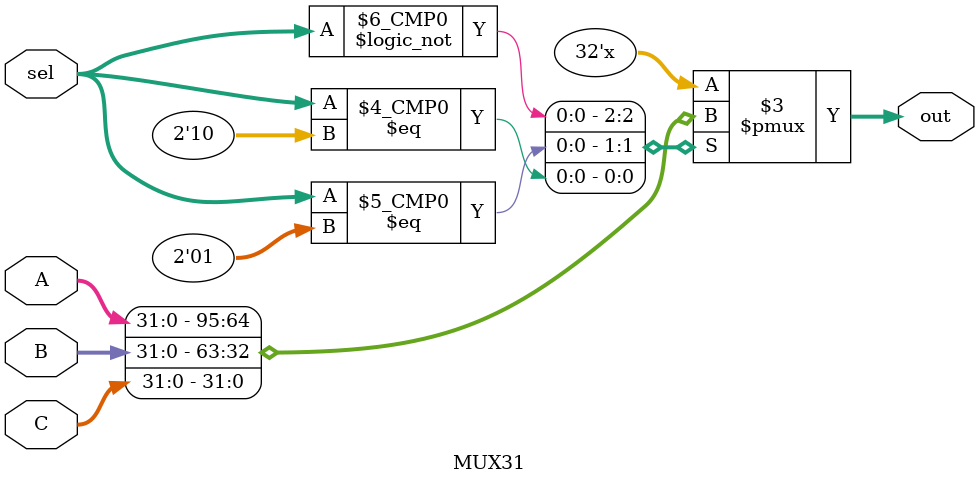
<source format=v>
module MUX31
#(parameter W=32)
(
 input [W-1:0] A,
 input [W-1:0] B,
 input [W-1:0] C,
 input [1:0]sel,
 output reg [W-1:0] out);

always @ (A or B or C or sel) 
	case (sel) 
	0 : out = A; 
	1 : out = B; 
	2 : out = C; 
	default : $display("Error in SEL: %b", sel); 
endcase

endmodule
</source>
